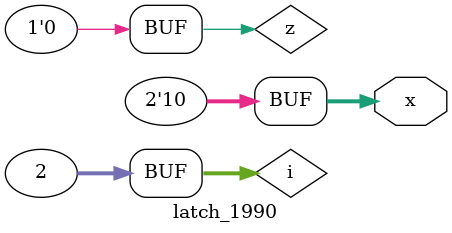
<source format=v>
module latch_1990 #(
        parameter BUG = 1
) (
	(* nowrshmsk = !BUG *)
        output reg [1:0] x
);
        wire z = 0;
        integer i;
        always @*
                for (i = 0; i < 2; i=i+1)
                        x[z^i] = z^i;
endmodule

</source>
